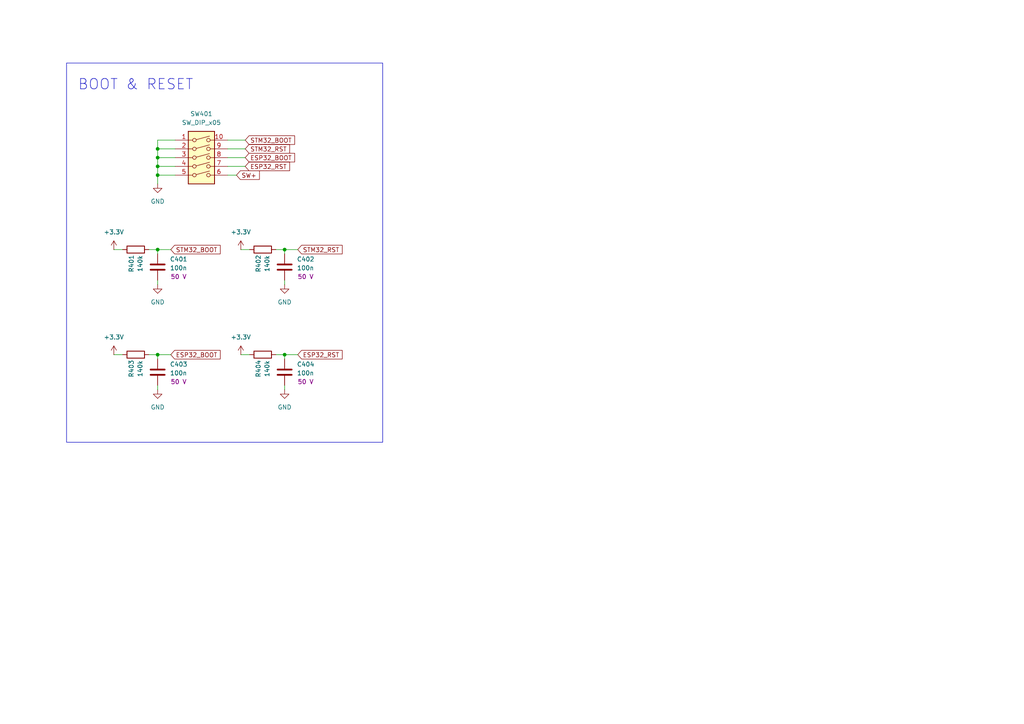
<source format=kicad_sch>
(kicad_sch
	(version 20231120)
	(generator "eeschema")
	(generator_version "8.0")
	(uuid "504f1db6-fe68-4e0f-b3ca-592ac17b2b4b")
	(paper "A4")
	(lib_symbols
		(symbol "Device:C"
			(pin_numbers hide)
			(pin_names
				(offset 0.254)
			)
			(exclude_from_sim no)
			(in_bom yes)
			(on_board yes)
			(property "Reference" "C"
				(at 0.635 2.54 0)
				(effects
					(font
						(size 1.27 1.27)
					)
					(justify left)
				)
			)
			(property "Value" "C"
				(at 0.635 -2.54 0)
				(effects
					(font
						(size 1.27 1.27)
					)
					(justify left)
				)
			)
			(property "Footprint" ""
				(at 0.9652 -3.81 0)
				(effects
					(font
						(size 1.27 1.27)
					)
					(hide yes)
				)
			)
			(property "Datasheet" "~"
				(at 0 0 0)
				(effects
					(font
						(size 1.27 1.27)
					)
					(hide yes)
				)
			)
			(property "Description" "Unpolarized capacitor"
				(at 0 0 0)
				(effects
					(font
						(size 1.27 1.27)
					)
					(hide yes)
				)
			)
			(property "ki_keywords" "cap capacitor"
				(at 0 0 0)
				(effects
					(font
						(size 1.27 1.27)
					)
					(hide yes)
				)
			)
			(property "ki_fp_filters" "C_*"
				(at 0 0 0)
				(effects
					(font
						(size 1.27 1.27)
					)
					(hide yes)
				)
			)
			(symbol "C_0_1"
				(polyline
					(pts
						(xy -2.032 -0.762) (xy 2.032 -0.762)
					)
					(stroke
						(width 0.508)
						(type default)
					)
					(fill
						(type none)
					)
				)
				(polyline
					(pts
						(xy -2.032 0.762) (xy 2.032 0.762)
					)
					(stroke
						(width 0.508)
						(type default)
					)
					(fill
						(type none)
					)
				)
			)
			(symbol "C_1_1"
				(pin passive line
					(at 0 3.81 270)
					(length 2.794)
					(name "~"
						(effects
							(font
								(size 1.27 1.27)
							)
						)
					)
					(number "1"
						(effects
							(font
								(size 1.27 1.27)
							)
						)
					)
				)
				(pin passive line
					(at 0 -3.81 90)
					(length 2.794)
					(name "~"
						(effects
							(font
								(size 1.27 1.27)
							)
						)
					)
					(number "2"
						(effects
							(font
								(size 1.27 1.27)
							)
						)
					)
				)
			)
		)
		(symbol "Device:R"
			(pin_numbers hide)
			(pin_names
				(offset 0)
			)
			(exclude_from_sim no)
			(in_bom yes)
			(on_board yes)
			(property "Reference" "R"
				(at 2.032 0 90)
				(effects
					(font
						(size 1.27 1.27)
					)
				)
			)
			(property "Value" "R"
				(at 0 0 90)
				(effects
					(font
						(size 1.27 1.27)
					)
				)
			)
			(property "Footprint" ""
				(at -1.778 0 90)
				(effects
					(font
						(size 1.27 1.27)
					)
					(hide yes)
				)
			)
			(property "Datasheet" "~"
				(at 0 0 0)
				(effects
					(font
						(size 1.27 1.27)
					)
					(hide yes)
				)
			)
			(property "Description" "Resistor"
				(at 0 0 0)
				(effects
					(font
						(size 1.27 1.27)
					)
					(hide yes)
				)
			)
			(property "ki_keywords" "R res resistor"
				(at 0 0 0)
				(effects
					(font
						(size 1.27 1.27)
					)
					(hide yes)
				)
			)
			(property "ki_fp_filters" "R_*"
				(at 0 0 0)
				(effects
					(font
						(size 1.27 1.27)
					)
					(hide yes)
				)
			)
			(symbol "R_0_1"
				(rectangle
					(start -1.016 -2.54)
					(end 1.016 2.54)
					(stroke
						(width 0.254)
						(type default)
					)
					(fill
						(type none)
					)
				)
			)
			(symbol "R_1_1"
				(pin passive line
					(at 0 3.81 270)
					(length 1.27)
					(name "~"
						(effects
							(font
								(size 1.27 1.27)
							)
						)
					)
					(number "1"
						(effects
							(font
								(size 1.27 1.27)
							)
						)
					)
				)
				(pin passive line
					(at 0 -3.81 90)
					(length 1.27)
					(name "~"
						(effects
							(font
								(size 1.27 1.27)
							)
						)
					)
					(number "2"
						(effects
							(font
								(size 1.27 1.27)
							)
						)
					)
				)
			)
		)
		(symbol "Switch:SW_DIP_x05"
			(pin_names
				(offset 0) hide)
			(exclude_from_sim no)
			(in_bom yes)
			(on_board yes)
			(property "Reference" "SW"
				(at 0 8.89 0)
				(effects
					(font
						(size 1.27 1.27)
					)
				)
			)
			(property "Value" "SW_DIP_x05"
				(at 0 -8.89 0)
				(effects
					(font
						(size 1.27 1.27)
					)
				)
			)
			(property "Footprint" ""
				(at 0 0 0)
				(effects
					(font
						(size 1.27 1.27)
					)
					(hide yes)
				)
			)
			(property "Datasheet" "~"
				(at 0 0 0)
				(effects
					(font
						(size 1.27 1.27)
					)
					(hide yes)
				)
			)
			(property "Description" "5x DIP Switch, Single Pole Single Throw (SPST) switch, small symbol"
				(at 0 0 0)
				(effects
					(font
						(size 1.27 1.27)
					)
					(hide yes)
				)
			)
			(property "ki_keywords" "dip switch"
				(at 0 0 0)
				(effects
					(font
						(size 1.27 1.27)
					)
					(hide yes)
				)
			)
			(property "ki_fp_filters" "SW?DIP?x5*"
				(at 0 0 0)
				(effects
					(font
						(size 1.27 1.27)
					)
					(hide yes)
				)
			)
			(symbol "SW_DIP_x05_0_0"
				(circle
					(center -2.032 -5.08)
					(radius 0.508)
					(stroke
						(width 0)
						(type default)
					)
					(fill
						(type none)
					)
				)
				(circle
					(center -2.032 -2.54)
					(radius 0.508)
					(stroke
						(width 0)
						(type default)
					)
					(fill
						(type none)
					)
				)
				(circle
					(center -2.032 0)
					(radius 0.508)
					(stroke
						(width 0)
						(type default)
					)
					(fill
						(type none)
					)
				)
				(circle
					(center -2.032 2.54)
					(radius 0.508)
					(stroke
						(width 0)
						(type default)
					)
					(fill
						(type none)
					)
				)
				(circle
					(center -2.032 5.08)
					(radius 0.508)
					(stroke
						(width 0)
						(type default)
					)
					(fill
						(type none)
					)
				)
				(polyline
					(pts
						(xy -1.524 -4.9276) (xy 2.3622 -3.8862)
					)
					(stroke
						(width 0)
						(type default)
					)
					(fill
						(type none)
					)
				)
				(polyline
					(pts
						(xy -1.524 -2.3876) (xy 2.3622 -1.3462)
					)
					(stroke
						(width 0)
						(type default)
					)
					(fill
						(type none)
					)
				)
				(polyline
					(pts
						(xy -1.524 0.127) (xy 2.3622 1.1684)
					)
					(stroke
						(width 0)
						(type default)
					)
					(fill
						(type none)
					)
				)
				(polyline
					(pts
						(xy -1.524 2.667) (xy 2.3622 3.7084)
					)
					(stroke
						(width 0)
						(type default)
					)
					(fill
						(type none)
					)
				)
				(polyline
					(pts
						(xy -1.524 5.207) (xy 2.3622 6.2484)
					)
					(stroke
						(width 0)
						(type default)
					)
					(fill
						(type none)
					)
				)
				(circle
					(center 2.032 -5.08)
					(radius 0.508)
					(stroke
						(width 0)
						(type default)
					)
					(fill
						(type none)
					)
				)
				(circle
					(center 2.032 -2.54)
					(radius 0.508)
					(stroke
						(width 0)
						(type default)
					)
					(fill
						(type none)
					)
				)
				(circle
					(center 2.032 0)
					(radius 0.508)
					(stroke
						(width 0)
						(type default)
					)
					(fill
						(type none)
					)
				)
				(circle
					(center 2.032 2.54)
					(radius 0.508)
					(stroke
						(width 0)
						(type default)
					)
					(fill
						(type none)
					)
				)
				(circle
					(center 2.032 5.08)
					(radius 0.508)
					(stroke
						(width 0)
						(type default)
					)
					(fill
						(type none)
					)
				)
			)
			(symbol "SW_DIP_x05_0_1"
				(rectangle
					(start -3.81 7.62)
					(end 3.81 -7.62)
					(stroke
						(width 0.254)
						(type default)
					)
					(fill
						(type background)
					)
				)
			)
			(symbol "SW_DIP_x05_1_1"
				(pin passive line
					(at -7.62 5.08 0)
					(length 5.08)
					(name "~"
						(effects
							(font
								(size 1.27 1.27)
							)
						)
					)
					(number "1"
						(effects
							(font
								(size 1.27 1.27)
							)
						)
					)
				)
				(pin passive line
					(at 7.62 5.08 180)
					(length 5.08)
					(name "~"
						(effects
							(font
								(size 1.27 1.27)
							)
						)
					)
					(number "10"
						(effects
							(font
								(size 1.27 1.27)
							)
						)
					)
				)
				(pin passive line
					(at -7.62 2.54 0)
					(length 5.08)
					(name "~"
						(effects
							(font
								(size 1.27 1.27)
							)
						)
					)
					(number "2"
						(effects
							(font
								(size 1.27 1.27)
							)
						)
					)
				)
				(pin passive line
					(at -7.62 0 0)
					(length 5.08)
					(name "~"
						(effects
							(font
								(size 1.27 1.27)
							)
						)
					)
					(number "3"
						(effects
							(font
								(size 1.27 1.27)
							)
						)
					)
				)
				(pin passive line
					(at -7.62 -2.54 0)
					(length 5.08)
					(name "~"
						(effects
							(font
								(size 1.27 1.27)
							)
						)
					)
					(number "4"
						(effects
							(font
								(size 1.27 1.27)
							)
						)
					)
				)
				(pin passive line
					(at -7.62 -5.08 0)
					(length 5.08)
					(name "~"
						(effects
							(font
								(size 1.27 1.27)
							)
						)
					)
					(number "5"
						(effects
							(font
								(size 1.27 1.27)
							)
						)
					)
				)
				(pin passive line
					(at 7.62 -5.08 180)
					(length 5.08)
					(name "~"
						(effects
							(font
								(size 1.27 1.27)
							)
						)
					)
					(number "6"
						(effects
							(font
								(size 1.27 1.27)
							)
						)
					)
				)
				(pin passive line
					(at 7.62 -2.54 180)
					(length 5.08)
					(name "~"
						(effects
							(font
								(size 1.27 1.27)
							)
						)
					)
					(number "7"
						(effects
							(font
								(size 1.27 1.27)
							)
						)
					)
				)
				(pin passive line
					(at 7.62 0 180)
					(length 5.08)
					(name "~"
						(effects
							(font
								(size 1.27 1.27)
							)
						)
					)
					(number "8"
						(effects
							(font
								(size 1.27 1.27)
							)
						)
					)
				)
				(pin passive line
					(at 7.62 2.54 180)
					(length 5.08)
					(name "~"
						(effects
							(font
								(size 1.27 1.27)
							)
						)
					)
					(number "9"
						(effects
							(font
								(size 1.27 1.27)
							)
						)
					)
				)
			)
		)
		(symbol "power:+3.3V"
			(power)
			(pin_numbers hide)
			(pin_names
				(offset 0) hide)
			(exclude_from_sim no)
			(in_bom yes)
			(on_board yes)
			(property "Reference" "#PWR"
				(at 0 -3.81 0)
				(effects
					(font
						(size 1.27 1.27)
					)
					(hide yes)
				)
			)
			(property "Value" "+3.3V"
				(at 0 3.556 0)
				(effects
					(font
						(size 1.27 1.27)
					)
				)
			)
			(property "Footprint" ""
				(at 0 0 0)
				(effects
					(font
						(size 1.27 1.27)
					)
					(hide yes)
				)
			)
			(property "Datasheet" ""
				(at 0 0 0)
				(effects
					(font
						(size 1.27 1.27)
					)
					(hide yes)
				)
			)
			(property "Description" "Power symbol creates a global label with name \"+3.3V\""
				(at 0 0 0)
				(effects
					(font
						(size 1.27 1.27)
					)
					(hide yes)
				)
			)
			(property "ki_keywords" "global power"
				(at 0 0 0)
				(effects
					(font
						(size 1.27 1.27)
					)
					(hide yes)
				)
			)
			(symbol "+3.3V_0_1"
				(polyline
					(pts
						(xy -0.762 1.27) (xy 0 2.54)
					)
					(stroke
						(width 0)
						(type default)
					)
					(fill
						(type none)
					)
				)
				(polyline
					(pts
						(xy 0 0) (xy 0 2.54)
					)
					(stroke
						(width 0)
						(type default)
					)
					(fill
						(type none)
					)
				)
				(polyline
					(pts
						(xy 0 2.54) (xy 0.762 1.27)
					)
					(stroke
						(width 0)
						(type default)
					)
					(fill
						(type none)
					)
				)
			)
			(symbol "+3.3V_1_1"
				(pin power_in line
					(at 0 0 90)
					(length 0)
					(name "~"
						(effects
							(font
								(size 1.27 1.27)
							)
						)
					)
					(number "1"
						(effects
							(font
								(size 1.27 1.27)
							)
						)
					)
				)
			)
		)
		(symbol "power:GND"
			(power)
			(pin_numbers hide)
			(pin_names
				(offset 0) hide)
			(exclude_from_sim no)
			(in_bom yes)
			(on_board yes)
			(property "Reference" "#PWR"
				(at 0 -6.35 0)
				(effects
					(font
						(size 1.27 1.27)
					)
					(hide yes)
				)
			)
			(property "Value" "GND"
				(at 0 -3.81 0)
				(effects
					(font
						(size 1.27 1.27)
					)
				)
			)
			(property "Footprint" ""
				(at 0 0 0)
				(effects
					(font
						(size 1.27 1.27)
					)
					(hide yes)
				)
			)
			(property "Datasheet" ""
				(at 0 0 0)
				(effects
					(font
						(size 1.27 1.27)
					)
					(hide yes)
				)
			)
			(property "Description" "Power symbol creates a global label with name \"GND\" , ground"
				(at 0 0 0)
				(effects
					(font
						(size 1.27 1.27)
					)
					(hide yes)
				)
			)
			(property "ki_keywords" "global power"
				(at 0 0 0)
				(effects
					(font
						(size 1.27 1.27)
					)
					(hide yes)
				)
			)
			(symbol "GND_0_1"
				(polyline
					(pts
						(xy 0 0) (xy 0 -1.27) (xy 1.27 -1.27) (xy 0 -2.54) (xy -1.27 -1.27) (xy 0 -1.27)
					)
					(stroke
						(width 0)
						(type default)
					)
					(fill
						(type none)
					)
				)
			)
			(symbol "GND_1_1"
				(pin power_in line
					(at 0 0 270)
					(length 0)
					(name "~"
						(effects
							(font
								(size 1.27 1.27)
							)
						)
					)
					(number "1"
						(effects
							(font
								(size 1.27 1.27)
							)
						)
					)
				)
			)
		)
	)
	(junction
		(at 45.72 50.8)
		(diameter 0)
		(color 0 0 0 0)
		(uuid "16dab0bf-5993-4135-a1f7-97187a5228dd")
	)
	(junction
		(at 45.72 48.26)
		(diameter 0)
		(color 0 0 0 0)
		(uuid "21163c31-6b8d-4fdd-a969-87859ff8151e")
	)
	(junction
		(at 45.72 102.87)
		(diameter 0)
		(color 0 0 0 0)
		(uuid "65c5eb08-76b5-4f25-b03b-3856cfd4888b")
	)
	(junction
		(at 45.72 72.39)
		(diameter 0)
		(color 0 0 0 0)
		(uuid "6e31be17-3f96-411e-9a63-8cc24c0e415a")
	)
	(junction
		(at 82.55 72.39)
		(diameter 0)
		(color 0 0 0 0)
		(uuid "82619e9a-909e-426b-b9e4-7e7b32e5a95f")
	)
	(junction
		(at 82.55 102.87)
		(diameter 0)
		(color 0 0 0 0)
		(uuid "9c4943e5-c037-4c6c-834c-4068611f24df")
	)
	(junction
		(at 45.72 43.18)
		(diameter 0)
		(color 0 0 0 0)
		(uuid "c220f1cf-12d7-4f5e-8693-9f023247f4d9")
	)
	(junction
		(at 45.72 45.72)
		(diameter 0)
		(color 0 0 0 0)
		(uuid "f33586f4-965c-4e52-a9fc-ad47eefe9cc3")
	)
	(wire
		(pts
			(xy 45.72 48.26) (xy 45.72 50.8)
		)
		(stroke
			(width 0)
			(type default)
		)
		(uuid "0e261457-54ca-4c2f-aa35-c87ac8cb916c")
	)
	(wire
		(pts
			(xy 35.56 102.87) (xy 33.02 102.87)
		)
		(stroke
			(width 0)
			(type default)
		)
		(uuid "146e5513-8e91-40f1-b09a-64bf77241bf2")
	)
	(wire
		(pts
			(xy 45.72 45.72) (xy 50.8 45.72)
		)
		(stroke
			(width 0)
			(type default)
		)
		(uuid "19163558-3a28-49e4-bac3-62bb5e0fd252")
	)
	(wire
		(pts
			(xy 72.39 72.39) (xy 69.85 72.39)
		)
		(stroke
			(width 0)
			(type default)
		)
		(uuid "1dc4ffbc-9e05-47b4-b4dc-e9dae3fbf2dd")
	)
	(wire
		(pts
			(xy 82.55 111.76) (xy 82.55 113.03)
		)
		(stroke
			(width 0)
			(type default)
		)
		(uuid "234b95ea-1af4-4329-ba71-ca7feecaa31a")
	)
	(wire
		(pts
			(xy 82.55 72.39) (xy 80.01 72.39)
		)
		(stroke
			(width 0)
			(type default)
		)
		(uuid "2493c795-4c65-4f37-bdcb-d6aed6fbbb9c")
	)
	(wire
		(pts
			(xy 82.55 102.87) (xy 86.36 102.87)
		)
		(stroke
			(width 0)
			(type default)
		)
		(uuid "49dc94cb-b760-4220-b8c6-b56b58ed4c20")
	)
	(wire
		(pts
			(xy 45.72 102.87) (xy 45.72 104.14)
		)
		(stroke
			(width 0)
			(type default)
		)
		(uuid "4a2da3fe-2c35-4bac-b0c9-bececd910f61")
	)
	(wire
		(pts
			(xy 82.55 102.87) (xy 82.55 104.14)
		)
		(stroke
			(width 0)
			(type default)
		)
		(uuid "4da3f096-95ca-4065-8c18-be554bb2941a")
	)
	(wire
		(pts
			(xy 45.72 72.39) (xy 43.18 72.39)
		)
		(stroke
			(width 0)
			(type default)
		)
		(uuid "5488632e-9219-4abf-ac46-456b661a030f")
	)
	(wire
		(pts
			(xy 45.72 45.72) (xy 45.72 48.26)
		)
		(stroke
			(width 0)
			(type default)
		)
		(uuid "57110ef9-6aad-4b96-b5b2-7cda1fc29d94")
	)
	(wire
		(pts
			(xy 66.04 45.72) (xy 71.12 45.72)
		)
		(stroke
			(width 0)
			(type default)
		)
		(uuid "6e22da4f-a117-4971-9f90-ab16274698f1")
	)
	(wire
		(pts
			(xy 72.39 102.87) (xy 69.85 102.87)
		)
		(stroke
			(width 0)
			(type default)
		)
		(uuid "8208d76d-97b4-4035-8d3f-ff8d59f93b8f")
	)
	(wire
		(pts
			(xy 45.72 40.64) (xy 45.72 43.18)
		)
		(stroke
			(width 0)
			(type default)
		)
		(uuid "8e7f8dd9-fbec-4219-88ea-fa57d0444b69")
	)
	(wire
		(pts
			(xy 50.8 40.64) (xy 45.72 40.64)
		)
		(stroke
			(width 0)
			(type default)
		)
		(uuid "989249d2-4495-4bc2-97c8-6e3a78732bc7")
	)
	(wire
		(pts
			(xy 82.55 81.28) (xy 82.55 82.55)
		)
		(stroke
			(width 0)
			(type default)
		)
		(uuid "98b4c35d-8e86-462e-b230-3f0e43ea97db")
	)
	(wire
		(pts
			(xy 45.72 72.39) (xy 49.53 72.39)
		)
		(stroke
			(width 0)
			(type default)
		)
		(uuid "a0c5148e-672b-4e67-8fc9-92cf97d8c865")
	)
	(wire
		(pts
			(xy 82.55 72.39) (xy 86.36 72.39)
		)
		(stroke
			(width 0)
			(type default)
		)
		(uuid "a595cad7-d293-44fc-b986-4c991e934af7")
	)
	(wire
		(pts
			(xy 45.72 102.87) (xy 49.53 102.87)
		)
		(stroke
			(width 0)
			(type default)
		)
		(uuid "a67b31bf-1687-4a83-adcd-b0e8fcaebc13")
	)
	(wire
		(pts
			(xy 66.04 43.18) (xy 71.12 43.18)
		)
		(stroke
			(width 0)
			(type default)
		)
		(uuid "a84b1428-6d8e-4cc8-93fe-f5ccf5776b40")
	)
	(wire
		(pts
			(xy 45.72 72.39) (xy 45.72 73.66)
		)
		(stroke
			(width 0)
			(type default)
		)
		(uuid "af73e329-01ff-491c-9f36-56e0dda4b87c")
	)
	(wire
		(pts
			(xy 45.72 43.18) (xy 45.72 45.72)
		)
		(stroke
			(width 0)
			(type default)
		)
		(uuid "bf2b4dea-8e5a-4e7f-9a0a-1db3099f7bb7")
	)
	(wire
		(pts
			(xy 45.72 81.28) (xy 45.72 82.55)
		)
		(stroke
			(width 0)
			(type default)
		)
		(uuid "c28da115-36b8-4636-9b2d-f082853f28d6")
	)
	(wire
		(pts
			(xy 45.72 50.8) (xy 45.72 53.34)
		)
		(stroke
			(width 0)
			(type default)
		)
		(uuid "c2951876-0b9c-4e98-8f00-f5792eda728a")
	)
	(wire
		(pts
			(xy 68.58 50.8) (xy 66.04 50.8)
		)
		(stroke
			(width 0)
			(type default)
		)
		(uuid "ca250818-ec27-4ea2-815e-c9d66f6017b0")
	)
	(wire
		(pts
			(xy 66.04 48.26) (xy 71.12 48.26)
		)
		(stroke
			(width 0)
			(type default)
		)
		(uuid "cc005c3b-5405-4593-a08b-26a5e32ea450")
	)
	(wire
		(pts
			(xy 35.56 72.39) (xy 33.02 72.39)
		)
		(stroke
			(width 0)
			(type default)
		)
		(uuid "dcee08f3-629f-41e7-b276-e16fe16c0657")
	)
	(wire
		(pts
			(xy 66.04 40.64) (xy 71.12 40.64)
		)
		(stroke
			(width 0)
			(type default)
		)
		(uuid "dda23710-4c76-4824-b3fe-285439b8e20b")
	)
	(wire
		(pts
			(xy 50.8 48.26) (xy 45.72 48.26)
		)
		(stroke
			(width 0)
			(type default)
		)
		(uuid "dfc1c10d-cd2e-43f0-b021-a41024b5add8")
	)
	(wire
		(pts
			(xy 45.72 50.8) (xy 50.8 50.8)
		)
		(stroke
			(width 0)
			(type default)
		)
		(uuid "e4a22595-9834-4ea1-a40f-1c2b0038137e")
	)
	(wire
		(pts
			(xy 45.72 43.18) (xy 50.8 43.18)
		)
		(stroke
			(width 0)
			(type default)
		)
		(uuid "e4df993f-8bd8-47ac-b1c3-1ce1d493c015")
	)
	(wire
		(pts
			(xy 45.72 111.76) (xy 45.72 113.03)
		)
		(stroke
			(width 0)
			(type default)
		)
		(uuid "e5e69866-71cf-4b90-9bd4-874dce21a218")
	)
	(wire
		(pts
			(xy 82.55 72.39) (xy 82.55 73.66)
		)
		(stroke
			(width 0)
			(type default)
		)
		(uuid "fa01f6c7-c51b-4b42-b357-96229f6c197b")
	)
	(wire
		(pts
			(xy 82.55 102.87) (xy 80.01 102.87)
		)
		(stroke
			(width 0)
			(type default)
		)
		(uuid "fa3a7e35-c448-47b0-b8a9-5586f08e2662")
	)
	(wire
		(pts
			(xy 45.72 102.87) (xy 43.18 102.87)
		)
		(stroke
			(width 0)
			(type default)
		)
		(uuid "fd09548c-f916-49a3-963d-42d3a096e8d2")
	)
	(rectangle
		(start 19.304 18.288)
		(end 110.998 128.27)
		(stroke
			(width 0)
			(type default)
		)
		(fill
			(type none)
		)
		(uuid d594bc23-5fb9-418b-a4cf-4eb8f5de2bcf)
	)
	(text "BOOT & RESET"
		(exclude_from_sim no)
		(at 39.37 24.638 0)
		(effects
			(font
				(size 3 3)
			)
		)
		(uuid "0fdf2c64-e943-40e3-9817-219c1609e8fc")
	)
	(global_label "STM32_RST"
		(shape input)
		(at 71.12 43.18 0)
		(fields_autoplaced yes)
		(effects
			(font
				(size 1.27 1.27)
			)
			(justify left)
		)
		(uuid "292b1381-2051-4522-ad74-13e3c03a49c3")
		(property "Intersheetrefs" "${INTERSHEET_REFS}"
			(at 84.5674 43.18 0)
			(effects
				(font
					(size 1.27 1.27)
				)
				(justify left)
				(hide yes)
			)
		)
	)
	(global_label "ESP32_RST"
		(shape input)
		(at 71.12 48.26 0)
		(fields_autoplaced yes)
		(effects
			(font
				(size 1.27 1.27)
			)
			(justify left)
		)
		(uuid "297f26ba-3a8b-4445-af93-aa98302bb491")
		(property "Intersheetrefs" "${INTERSHEET_REFS}"
			(at 84.5674 48.26 0)
			(effects
				(font
					(size 1.27 1.27)
				)
				(justify left)
				(hide yes)
			)
		)
	)
	(global_label "SW+"
		(shape input)
		(at 68.58 50.8 0)
		(fields_autoplaced yes)
		(effects
			(font
				(size 1.27 1.27)
			)
			(justify left)
		)
		(uuid "4075787f-cdca-47e7-9e25-0a5110a48ec1")
		(property "Intersheetrefs" "${INTERSHEET_REFS}"
			(at 75.7985 50.8 0)
			(effects
				(font
					(size 1.27 1.27)
				)
				(justify left)
				(hide yes)
			)
		)
	)
	(global_label "ESP32_BOOT"
		(shape input)
		(at 71.12 45.72 0)
		(fields_autoplaced yes)
		(effects
			(font
				(size 1.27 1.27)
			)
			(justify left)
		)
		(uuid "4fee23ac-7d4e-4407-b36c-f9ac45f2e918")
		(property "Intersheetrefs" "${INTERSHEET_REFS}"
			(at 86.0189 45.72 0)
			(effects
				(font
					(size 1.27 1.27)
				)
				(justify left)
				(hide yes)
			)
		)
	)
	(global_label "STM32_BOOT"
		(shape input)
		(at 71.12 40.64 0)
		(fields_autoplaced yes)
		(effects
			(font
				(size 1.27 1.27)
			)
			(justify left)
		)
		(uuid "56c8c6f3-9d1e-4560-ae82-d83ed3652840")
		(property "Intersheetrefs" "${INTERSHEET_REFS}"
			(at 86.0189 40.64 0)
			(effects
				(font
					(size 1.27 1.27)
				)
				(justify left)
				(hide yes)
			)
		)
	)
	(global_label "STM32_BOOT"
		(shape input)
		(at 49.53 72.39 0)
		(fields_autoplaced yes)
		(effects
			(font
				(size 1.27 1.27)
			)
			(justify left)
		)
		(uuid "60629afc-a961-45dd-8cf8-054b9f0037d4")
		(property "Intersheetrefs" "${INTERSHEET_REFS}"
			(at 64.4289 72.39 0)
			(effects
				(font
					(size 1.27 1.27)
				)
				(justify left)
				(hide yes)
			)
		)
	)
	(global_label "ESP32_RST"
		(shape input)
		(at 86.36 102.87 0)
		(fields_autoplaced yes)
		(effects
			(font
				(size 1.27 1.27)
			)
			(justify left)
		)
		(uuid "7a888f53-d65e-4de7-91b3-37fd9c8a6b83")
		(property "Intersheetrefs" "${INTERSHEET_REFS}"
			(at 99.8074 102.87 0)
			(effects
				(font
					(size 1.27 1.27)
				)
				(justify left)
				(hide yes)
			)
		)
	)
	(global_label "STM32_RST"
		(shape input)
		(at 86.36 72.39 0)
		(fields_autoplaced yes)
		(effects
			(font
				(size 1.27 1.27)
			)
			(justify left)
		)
		(uuid "8e49f6db-7e87-49b6-b901-1194761df953")
		(property "Intersheetrefs" "${INTERSHEET_REFS}"
			(at 99.8074 72.39 0)
			(effects
				(font
					(size 1.27 1.27)
				)
				(justify left)
				(hide yes)
			)
		)
	)
	(global_label "ESP32_BOOT"
		(shape input)
		(at 49.53 102.87 0)
		(fields_autoplaced yes)
		(effects
			(font
				(size 1.27 1.27)
			)
			(justify left)
		)
		(uuid "d6249688-0aa2-4634-8a2d-a02928155f16")
		(property "Intersheetrefs" "${INTERSHEET_REFS}"
			(at 64.4289 102.87 0)
			(effects
				(font
					(size 1.27 1.27)
				)
				(justify left)
				(hide yes)
			)
		)
	)
	(symbol
		(lib_id "Device:C")
		(at 82.55 77.47 0)
		(unit 1)
		(exclude_from_sim no)
		(in_bom yes)
		(on_board yes)
		(dnp no)
		(uuid "066e6064-2784-402d-81a3-46f7303b7270")
		(property "Reference" "C402"
			(at 86.106 75.1839 0)
			(effects
				(font
					(size 1.27 1.27)
				)
				(justify left)
			)
		)
		(property "Value" "100n"
			(at 86.106 77.7239 0)
			(effects
				(font
					(size 1.27 1.27)
				)
				(justify left)
			)
		)
		(property "Footprint" "Capacitor_SMD:C_0402_1005Metric"
			(at 83.5152 81.28 0)
			(effects
				(font
					(size 1.27 1.27)
				)
				(hide yes)
			)
		)
		(property "Datasheet" "~"
			(at 82.55 77.47 0)
			(effects
				(font
					(size 1.27 1.27)
				)
				(hide yes)
			)
		)
		(property "Description" "Unpolarized capacitor"
			(at 82.55 77.47 0)
			(effects
				(font
					(size 1.27 1.27)
				)
				(hide yes)
			)
		)
		(property "Vendor" "C307331"
			(at 82.55 77.47 0)
			(effects
				(font
					(size 1.27 1.27)
				)
				(hide yes)
			)
		)
		(property "Voltage" "50 V"
			(at 88.646 80.264 0)
			(effects
				(font
					(size 1.27 1.27)
				)
			)
		)
		(pin "2"
			(uuid "24e886bb-d085-4f4c-a237-1e6e86ef9015")
		)
		(pin "1"
			(uuid "a1b00296-b0ea-4eab-8f75-cd21f33fb992")
		)
		(instances
			(project "Stella_Ignis"
				(path "/c5d11792-4973-4485-9e35-93f3d5d05151/37af8722-7f57-4c55-aa71-ba562076adb3"
					(reference "C402")
					(unit 1)
				)
			)
		)
	)
	(symbol
		(lib_id "Device:R")
		(at 76.2 72.39 270)
		(unit 1)
		(exclude_from_sim no)
		(in_bom yes)
		(on_board yes)
		(dnp no)
		(uuid "134ea236-a58c-4b74-b37f-01b39d1d6a56")
		(property "Reference" "R402"
			(at 74.93 76.454 0)
			(effects
				(font
					(size 1.27 1.27)
				)
			)
		)
		(property "Value" "140k"
			(at 77.47 76.454 0)
			(effects
				(font
					(size 1.27 1.27)
				)
			)
		)
		(property "Footprint" "Resistor_SMD:R_0402_1005Metric"
			(at 76.2 70.612 90)
			(effects
				(font
					(size 1.27 1.27)
				)
				(hide yes)
			)
		)
		(property "Datasheet" "~"
			(at 76.2 72.39 0)
			(effects
				(font
					(size 1.27 1.27)
				)
				(hide yes)
			)
		)
		(property "Description" "Resistor"
			(at 76.2 72.39 0)
			(effects
				(font
					(size 1.27 1.27)
				)
				(hide yes)
			)
		)
		(property "Vendor" "C2998127"
			(at 76.2 72.39 0)
			(effects
				(font
					(size 1.27 1.27)
				)
				(hide yes)
			)
		)
		(pin "2"
			(uuid "45f4815f-5973-41c2-8ecb-b13ef8dc5236")
		)
		(pin "1"
			(uuid "3e7ad707-1a11-43a9-aff4-2f2a86253309")
		)
		(instances
			(project "Stella_Ignis"
				(path "/c5d11792-4973-4485-9e35-93f3d5d05151/37af8722-7f57-4c55-aa71-ba562076adb3"
					(reference "R402")
					(unit 1)
				)
			)
		)
	)
	(symbol
		(lib_id "power:+3.3V")
		(at 33.02 102.87 0)
		(mirror y)
		(unit 1)
		(exclude_from_sim no)
		(in_bom yes)
		(on_board yes)
		(dnp no)
		(uuid "14b90230-58f0-473e-8496-2fe03fa6c3d9")
		(property "Reference" "#PWR0406"
			(at 33.02 106.68 0)
			(effects
				(font
					(size 1.27 1.27)
				)
				(hide yes)
			)
		)
		(property "Value" "+3.3V"
			(at 33.02 97.79 0)
			(effects
				(font
					(size 1.27 1.27)
				)
			)
		)
		(property "Footprint" ""
			(at 33.02 102.87 0)
			(effects
				(font
					(size 1.27 1.27)
				)
				(hide yes)
			)
		)
		(property "Datasheet" ""
			(at 33.02 102.87 0)
			(effects
				(font
					(size 1.27 1.27)
				)
				(hide yes)
			)
		)
		(property "Description" "Power symbol creates a global label with name \"+3.3V\""
			(at 33.02 102.87 0)
			(effects
				(font
					(size 1.27 1.27)
				)
				(hide yes)
			)
		)
		(pin "1"
			(uuid "82a3efee-4ff6-4475-ba30-e89b78a36517")
		)
		(instances
			(project "Stella_Ignis"
				(path "/c5d11792-4973-4485-9e35-93f3d5d05151/37af8722-7f57-4c55-aa71-ba562076adb3"
					(reference "#PWR0406")
					(unit 1)
				)
			)
		)
	)
	(symbol
		(lib_id "power:GND")
		(at 45.72 113.03 0)
		(unit 1)
		(exclude_from_sim no)
		(in_bom yes)
		(on_board yes)
		(dnp no)
		(fields_autoplaced yes)
		(uuid "175a6f41-6aaa-4c16-8f22-bb75b70e39a8")
		(property "Reference" "#PWR0408"
			(at 45.72 119.38 0)
			(effects
				(font
					(size 1.27 1.27)
				)
				(hide yes)
			)
		)
		(property "Value" "GND"
			(at 45.72 118.11 0)
			(effects
				(font
					(size 1.27 1.27)
				)
			)
		)
		(property "Footprint" ""
			(at 45.72 113.03 0)
			(effects
				(font
					(size 1.27 1.27)
				)
				(hide yes)
			)
		)
		(property "Datasheet" ""
			(at 45.72 113.03 0)
			(effects
				(font
					(size 1.27 1.27)
				)
				(hide yes)
			)
		)
		(property "Description" "Power symbol creates a global label with name \"GND\" , ground"
			(at 45.72 113.03 0)
			(effects
				(font
					(size 1.27 1.27)
				)
				(hide yes)
			)
		)
		(pin "1"
			(uuid "1aa6e85f-0783-4b8f-9c78-307e68f30534")
		)
		(instances
			(project "Stella_Ignis"
				(path "/c5d11792-4973-4485-9e35-93f3d5d05151/37af8722-7f57-4c55-aa71-ba562076adb3"
					(reference "#PWR0408")
					(unit 1)
				)
			)
		)
	)
	(symbol
		(lib_id "power:+3.3V")
		(at 69.85 102.87 0)
		(mirror y)
		(unit 1)
		(exclude_from_sim no)
		(in_bom yes)
		(on_board yes)
		(dnp no)
		(uuid "41d75121-f283-4e06-82ce-4a8a2b18e8e8")
		(property "Reference" "#PWR0407"
			(at 69.85 106.68 0)
			(effects
				(font
					(size 1.27 1.27)
				)
				(hide yes)
			)
		)
		(property "Value" "+3.3V"
			(at 69.85 97.79 0)
			(effects
				(font
					(size 1.27 1.27)
				)
			)
		)
		(property "Footprint" ""
			(at 69.85 102.87 0)
			(effects
				(font
					(size 1.27 1.27)
				)
				(hide yes)
			)
		)
		(property "Datasheet" ""
			(at 69.85 102.87 0)
			(effects
				(font
					(size 1.27 1.27)
				)
				(hide yes)
			)
		)
		(property "Description" "Power symbol creates a global label with name \"+3.3V\""
			(at 69.85 102.87 0)
			(effects
				(font
					(size 1.27 1.27)
				)
				(hide yes)
			)
		)
		(pin "1"
			(uuid "382b656a-0c49-483a-91b5-554a2d14abe1")
		)
		(instances
			(project "Stella_Ignis"
				(path "/c5d11792-4973-4485-9e35-93f3d5d05151/37af8722-7f57-4c55-aa71-ba562076adb3"
					(reference "#PWR0407")
					(unit 1)
				)
			)
		)
	)
	(symbol
		(lib_id "power:GND")
		(at 45.72 53.34 0)
		(unit 1)
		(exclude_from_sim no)
		(in_bom yes)
		(on_board yes)
		(dnp no)
		(fields_autoplaced yes)
		(uuid "4353eb63-e62b-4109-bde6-46f5b3ae143a")
		(property "Reference" "#PWR0401"
			(at 45.72 59.69 0)
			(effects
				(font
					(size 1.27 1.27)
				)
				(hide yes)
			)
		)
		(property "Value" "GND"
			(at 45.72 58.42 0)
			(effects
				(font
					(size 1.27 1.27)
				)
			)
		)
		(property "Footprint" ""
			(at 45.72 53.34 0)
			(effects
				(font
					(size 1.27 1.27)
				)
				(hide yes)
			)
		)
		(property "Datasheet" ""
			(at 45.72 53.34 0)
			(effects
				(font
					(size 1.27 1.27)
				)
				(hide yes)
			)
		)
		(property "Description" "Power symbol creates a global label with name \"GND\" , ground"
			(at 45.72 53.34 0)
			(effects
				(font
					(size 1.27 1.27)
				)
				(hide yes)
			)
		)
		(pin "1"
			(uuid "234b48f9-09d8-4763-9025-4e29819ec91a")
		)
		(instances
			(project "Stella_Ignis"
				(path "/c5d11792-4973-4485-9e35-93f3d5d05151/37af8722-7f57-4c55-aa71-ba562076adb3"
					(reference "#PWR0401")
					(unit 1)
				)
			)
		)
	)
	(symbol
		(lib_id "power:GND")
		(at 82.55 113.03 0)
		(unit 1)
		(exclude_from_sim no)
		(in_bom yes)
		(on_board yes)
		(dnp no)
		(fields_autoplaced yes)
		(uuid "4adb9861-06d7-4003-aa44-f48e02a7b2c6")
		(property "Reference" "#PWR0409"
			(at 82.55 119.38 0)
			(effects
				(font
					(size 1.27 1.27)
				)
				(hide yes)
			)
		)
		(property "Value" "GND"
			(at 82.55 118.11 0)
			(effects
				(font
					(size 1.27 1.27)
				)
			)
		)
		(property "Footprint" ""
			(at 82.55 113.03 0)
			(effects
				(font
					(size 1.27 1.27)
				)
				(hide yes)
			)
		)
		(property "Datasheet" ""
			(at 82.55 113.03 0)
			(effects
				(font
					(size 1.27 1.27)
				)
				(hide yes)
			)
		)
		(property "Description" "Power symbol creates a global label with name \"GND\" , ground"
			(at 82.55 113.03 0)
			(effects
				(font
					(size 1.27 1.27)
				)
				(hide yes)
			)
		)
		(pin "1"
			(uuid "2a79cb9a-c325-4323-a258-77579c38c530")
		)
		(instances
			(project "Stella_Ignis"
				(path "/c5d11792-4973-4485-9e35-93f3d5d05151/37af8722-7f57-4c55-aa71-ba562076adb3"
					(reference "#PWR0409")
					(unit 1)
				)
			)
		)
	)
	(symbol
		(lib_id "Device:C")
		(at 82.55 107.95 0)
		(unit 1)
		(exclude_from_sim no)
		(in_bom yes)
		(on_board yes)
		(dnp no)
		(uuid "5785a68a-be2f-42f0-abbb-b75d29d22926")
		(property "Reference" "C404"
			(at 86.106 105.6639 0)
			(effects
				(font
					(size 1.27 1.27)
				)
				(justify left)
			)
		)
		(property "Value" "100n"
			(at 86.106 108.2039 0)
			(effects
				(font
					(size 1.27 1.27)
				)
				(justify left)
			)
		)
		(property "Footprint" "Capacitor_SMD:C_0402_1005Metric"
			(at 83.5152 111.76 0)
			(effects
				(font
					(size 1.27 1.27)
				)
				(hide yes)
			)
		)
		(property "Datasheet" "~"
			(at 82.55 107.95 0)
			(effects
				(font
					(size 1.27 1.27)
				)
				(hide yes)
			)
		)
		(property "Description" "Unpolarized capacitor"
			(at 82.55 107.95 0)
			(effects
				(font
					(size 1.27 1.27)
				)
				(hide yes)
			)
		)
		(property "Vendor" "C307331"
			(at 82.55 107.95 0)
			(effects
				(font
					(size 1.27 1.27)
				)
				(hide yes)
			)
		)
		(property "Voltage" "50 V"
			(at 88.646 110.744 0)
			(effects
				(font
					(size 1.27 1.27)
				)
			)
		)
		(pin "2"
			(uuid "0126ddc6-a000-4df0-8c50-5885a20e814f")
		)
		(pin "1"
			(uuid "3accf2b0-f97c-4aea-aae9-9d8767ec65fa")
		)
		(instances
			(project "Stella_Ignis"
				(path "/c5d11792-4973-4485-9e35-93f3d5d05151/37af8722-7f57-4c55-aa71-ba562076adb3"
					(reference "C404")
					(unit 1)
				)
			)
		)
	)
	(symbol
		(lib_id "power:+3.3V")
		(at 69.85 72.39 0)
		(mirror y)
		(unit 1)
		(exclude_from_sim no)
		(in_bom yes)
		(on_board yes)
		(dnp no)
		(uuid "65a27c6d-f652-4214-b8f9-96cd88d01b75")
		(property "Reference" "#PWR0403"
			(at 69.85 76.2 0)
			(effects
				(font
					(size 1.27 1.27)
				)
				(hide yes)
			)
		)
		(property "Value" "+3.3V"
			(at 69.85 67.31 0)
			(effects
				(font
					(size 1.27 1.27)
				)
			)
		)
		(property "Footprint" ""
			(at 69.85 72.39 0)
			(effects
				(font
					(size 1.27 1.27)
				)
				(hide yes)
			)
		)
		(property "Datasheet" ""
			(at 69.85 72.39 0)
			(effects
				(font
					(size 1.27 1.27)
				)
				(hide yes)
			)
		)
		(property "Description" "Power symbol creates a global label with name \"+3.3V\""
			(at 69.85 72.39 0)
			(effects
				(font
					(size 1.27 1.27)
				)
				(hide yes)
			)
		)
		(pin "1"
			(uuid "b80331be-2700-4f5a-bdd8-977b0d165a19")
		)
		(instances
			(project "Stella_Ignis"
				(path "/c5d11792-4973-4485-9e35-93f3d5d05151/37af8722-7f57-4c55-aa71-ba562076adb3"
					(reference "#PWR0403")
					(unit 1)
				)
			)
		)
	)
	(symbol
		(lib_id "Device:R")
		(at 39.37 72.39 270)
		(unit 1)
		(exclude_from_sim no)
		(in_bom yes)
		(on_board yes)
		(dnp no)
		(uuid "854b6a1c-94f7-4561-925d-717b6f558575")
		(property "Reference" "R401"
			(at 38.1 76.454 0)
			(effects
				(font
					(size 1.27 1.27)
				)
			)
		)
		(property "Value" "140k"
			(at 40.64 76.454 0)
			(effects
				(font
					(size 1.27 1.27)
				)
			)
		)
		(property "Footprint" "Resistor_SMD:R_0402_1005Metric"
			(at 39.37 70.612 90)
			(effects
				(font
					(size 1.27 1.27)
				)
				(hide yes)
			)
		)
		(property "Datasheet" "~"
			(at 39.37 72.39 0)
			(effects
				(font
					(size 1.27 1.27)
				)
				(hide yes)
			)
		)
		(property "Description" "Resistor"
			(at 39.37 72.39 0)
			(effects
				(font
					(size 1.27 1.27)
				)
				(hide yes)
			)
		)
		(property "Vendor" "C2998127"
			(at 39.37 72.39 0)
			(effects
				(font
					(size 1.27 1.27)
				)
				(hide yes)
			)
		)
		(pin "2"
			(uuid "20e1758a-8638-4151-ba0d-3a1cd47c9f29")
		)
		(pin "1"
			(uuid "17316dc6-b334-4211-b648-3d3f19f0e78f")
		)
		(instances
			(project "Stella_Ignis"
				(path "/c5d11792-4973-4485-9e35-93f3d5d05151/37af8722-7f57-4c55-aa71-ba562076adb3"
					(reference "R401")
					(unit 1)
				)
			)
		)
	)
	(symbol
		(lib_id "Switch:SW_DIP_x05")
		(at 58.42 45.72 0)
		(unit 1)
		(exclude_from_sim no)
		(in_bom yes)
		(on_board yes)
		(dnp no)
		(fields_autoplaced yes)
		(uuid "86e20373-7175-406b-9cf0-4abe482e2128")
		(property "Reference" "SW401"
			(at 58.42 33.02 0)
			(effects
				(font
					(size 1.27 1.27)
				)
			)
		)
		(property "Value" "SW_DIP_x05"
			(at 58.42 35.56 0)
			(effects
				(font
					(size 1.27 1.27)
				)
			)
		)
		(property "Footprint" "Button_Switch_SMD:SW_DIP_SPSTx05_Slide_6.7x14.26mm_W8.61mm_P2.54mm_LowProfile"
			(at 58.42 45.72 0)
			(effects
				(font
					(size 1.27 1.27)
				)
				(hide yes)
			)
		)
		(property "Datasheet" "~"
			(at 58.42 45.72 0)
			(effects
				(font
					(size 1.27 1.27)
				)
				(hide yes)
			)
		)
		(property "Description" "5x DIP Switch, Single Pole Single Throw (SPST) switch, small symbol"
			(at 58.42 45.72 0)
			(effects
				(font
					(size 1.27 1.27)
				)
				(hide yes)
			)
		)
		(property "Vendor" "C7471367"
			(at 58.42 45.72 0)
			(effects
				(font
					(size 1.27 1.27)
				)
				(hide yes)
			)
		)
		(pin "1"
			(uuid "ef90aa97-7aef-46db-986b-dd213ba42433")
		)
		(pin "3"
			(uuid "0a10900b-eb46-460a-813c-a163ad483eb6")
		)
		(pin "5"
			(uuid "013be86e-9d9b-42cb-9fdb-94c065f2261c")
		)
		(pin "6"
			(uuid "e9e73a36-8901-44bb-8296-eb88a144d4c5")
		)
		(pin "2"
			(uuid "907c6871-ba2a-42bd-9034-cd3c57f06aa5")
		)
		(pin "7"
			(uuid "c8140813-1ce4-4ecc-b586-d915cd0b2cb8")
		)
		(pin "9"
			(uuid "4fa5de96-259e-48c1-b463-bc1866ac3c4b")
		)
		(pin "10"
			(uuid "86d24170-f91e-4a33-910a-de8bb8487707")
		)
		(pin "8"
			(uuid "1b902d71-f05c-4e48-a419-0d6795bd5e3f")
		)
		(pin "4"
			(uuid "fabf80d0-6ee3-4e4a-805b-a50d0e750a46")
		)
		(instances
			(project ""
				(path "/c5d11792-4973-4485-9e35-93f3d5d05151/37af8722-7f57-4c55-aa71-ba562076adb3"
					(reference "SW401")
					(unit 1)
				)
			)
		)
	)
	(symbol
		(lib_id "power:GND")
		(at 82.55 82.55 0)
		(unit 1)
		(exclude_from_sim no)
		(in_bom yes)
		(on_board yes)
		(dnp no)
		(fields_autoplaced yes)
		(uuid "89c7b088-3dec-4aa8-986c-538df2c90d28")
		(property "Reference" "#PWR0405"
			(at 82.55 88.9 0)
			(effects
				(font
					(size 1.27 1.27)
				)
				(hide yes)
			)
		)
		(property "Value" "GND"
			(at 82.55 87.63 0)
			(effects
				(font
					(size 1.27 1.27)
				)
			)
		)
		(property "Footprint" ""
			(at 82.55 82.55 0)
			(effects
				(font
					(size 1.27 1.27)
				)
				(hide yes)
			)
		)
		(property "Datasheet" ""
			(at 82.55 82.55 0)
			(effects
				(font
					(size 1.27 1.27)
				)
				(hide yes)
			)
		)
		(property "Description" "Power symbol creates a global label with name \"GND\" , ground"
			(at 82.55 82.55 0)
			(effects
				(font
					(size 1.27 1.27)
				)
				(hide yes)
			)
		)
		(pin "1"
			(uuid "ef7ad778-34f9-4c64-848f-2e6a7b846549")
		)
		(instances
			(project "Stella_Ignis"
				(path "/c5d11792-4973-4485-9e35-93f3d5d05151/37af8722-7f57-4c55-aa71-ba562076adb3"
					(reference "#PWR0405")
					(unit 1)
				)
			)
		)
	)
	(symbol
		(lib_id "Device:R")
		(at 76.2 102.87 270)
		(unit 1)
		(exclude_from_sim no)
		(in_bom yes)
		(on_board yes)
		(dnp no)
		(uuid "b7275c91-768f-4a9b-a4e7-900345196f10")
		(property "Reference" "R404"
			(at 74.93 106.934 0)
			(effects
				(font
					(size 1.27 1.27)
				)
			)
		)
		(property "Value" "140k"
			(at 77.47 106.934 0)
			(effects
				(font
					(size 1.27 1.27)
				)
			)
		)
		(property "Footprint" "Resistor_SMD:R_0402_1005Metric"
			(at 76.2 101.092 90)
			(effects
				(font
					(size 1.27 1.27)
				)
				(hide yes)
			)
		)
		(property "Datasheet" "~"
			(at 76.2 102.87 0)
			(effects
				(font
					(size 1.27 1.27)
				)
				(hide yes)
			)
		)
		(property "Description" "Resistor"
			(at 76.2 102.87 0)
			(effects
				(font
					(size 1.27 1.27)
				)
				(hide yes)
			)
		)
		(property "Vendor" "C2998127"
			(at 76.2 102.87 0)
			(effects
				(font
					(size 1.27 1.27)
				)
				(hide yes)
			)
		)
		(pin "2"
			(uuid "df85e216-c769-4f95-a98b-bf4b1d2e79bb")
		)
		(pin "1"
			(uuid "56ab6966-28dd-4674-abb3-ee6a3d19ff46")
		)
		(instances
			(project "Stella_Ignis"
				(path "/c5d11792-4973-4485-9e35-93f3d5d05151/37af8722-7f57-4c55-aa71-ba562076adb3"
					(reference "R404")
					(unit 1)
				)
			)
		)
	)
	(symbol
		(lib_id "power:+3.3V")
		(at 33.02 72.39 0)
		(mirror y)
		(unit 1)
		(exclude_from_sim no)
		(in_bom yes)
		(on_board yes)
		(dnp no)
		(uuid "d0ffeb16-1761-46e6-a118-793ef3e788fa")
		(property "Reference" "#PWR0402"
			(at 33.02 76.2 0)
			(effects
				(font
					(size 1.27 1.27)
				)
				(hide yes)
			)
		)
		(property "Value" "+3.3V"
			(at 33.02 67.31 0)
			(effects
				(font
					(size 1.27 1.27)
				)
			)
		)
		(property "Footprint" ""
			(at 33.02 72.39 0)
			(effects
				(font
					(size 1.27 1.27)
				)
				(hide yes)
			)
		)
		(property "Datasheet" ""
			(at 33.02 72.39 0)
			(effects
				(font
					(size 1.27 1.27)
				)
				(hide yes)
			)
		)
		(property "Description" "Power symbol creates a global label with name \"+3.3V\""
			(at 33.02 72.39 0)
			(effects
				(font
					(size 1.27 1.27)
				)
				(hide yes)
			)
		)
		(pin "1"
			(uuid "749e1c9b-a01e-422b-930f-5833821ecc0d")
		)
		(instances
			(project "Stella_Ignis"
				(path "/c5d11792-4973-4485-9e35-93f3d5d05151/37af8722-7f57-4c55-aa71-ba562076adb3"
					(reference "#PWR0402")
					(unit 1)
				)
			)
		)
	)
	(symbol
		(lib_id "Device:R")
		(at 39.37 102.87 270)
		(unit 1)
		(exclude_from_sim no)
		(in_bom yes)
		(on_board yes)
		(dnp no)
		(uuid "d5f30a7f-d149-4f88-8564-a35b2c9a6da0")
		(property "Reference" "R403"
			(at 38.1 106.934 0)
			(effects
				(font
					(size 1.27 1.27)
				)
			)
		)
		(property "Value" "140k"
			(at 40.64 106.934 0)
			(effects
				(font
					(size 1.27 1.27)
				)
			)
		)
		(property "Footprint" "Resistor_SMD:R_0402_1005Metric"
			(at 39.37 101.092 90)
			(effects
				(font
					(size 1.27 1.27)
				)
				(hide yes)
			)
		)
		(property "Datasheet" "~"
			(at 39.37 102.87 0)
			(effects
				(font
					(size 1.27 1.27)
				)
				(hide yes)
			)
		)
		(property "Description" "Resistor"
			(at 39.37 102.87 0)
			(effects
				(font
					(size 1.27 1.27)
				)
				(hide yes)
			)
		)
		(property "Vendor" "C2998127"
			(at 39.37 102.87 0)
			(effects
				(font
					(size 1.27 1.27)
				)
				(hide yes)
			)
		)
		(pin "2"
			(uuid "34f0bc3b-8ceb-4699-9148-ae7700dadc14")
		)
		(pin "1"
			(uuid "b1ed5f43-92b3-4b04-8a4a-7bdde8e8f8ee")
		)
		(instances
			(project "Stella_Ignis"
				(path "/c5d11792-4973-4485-9e35-93f3d5d05151/37af8722-7f57-4c55-aa71-ba562076adb3"
					(reference "R403")
					(unit 1)
				)
			)
		)
	)
	(symbol
		(lib_id "Device:C")
		(at 45.72 77.47 0)
		(unit 1)
		(exclude_from_sim no)
		(in_bom yes)
		(on_board yes)
		(dnp no)
		(uuid "db481258-e4a7-44cf-b40f-5e0aac230f5a")
		(property "Reference" "C401"
			(at 49.276 75.1839 0)
			(effects
				(font
					(size 1.27 1.27)
				)
				(justify left)
			)
		)
		(property "Value" "100n"
			(at 49.276 77.7239 0)
			(effects
				(font
					(size 1.27 1.27)
				)
				(justify left)
			)
		)
		(property "Footprint" "Capacitor_SMD:C_0402_1005Metric"
			(at 46.6852 81.28 0)
			(effects
				(font
					(size 1.27 1.27)
				)
				(hide yes)
			)
		)
		(property "Datasheet" "~"
			(at 45.72 77.47 0)
			(effects
				(font
					(size 1.27 1.27)
				)
				(hide yes)
			)
		)
		(property "Description" "Unpolarized capacitor"
			(at 45.72 77.47 0)
			(effects
				(font
					(size 1.27 1.27)
				)
				(hide yes)
			)
		)
		(property "Vendor" "C307331"
			(at 45.72 77.47 0)
			(effects
				(font
					(size 1.27 1.27)
				)
				(hide yes)
			)
		)
		(property "Voltage" "50 V"
			(at 51.816 80.264 0)
			(effects
				(font
					(size 1.27 1.27)
				)
			)
		)
		(pin "2"
			(uuid "f92a1cd6-b880-4ff6-bd79-d9a6e20cd068")
		)
		(pin "1"
			(uuid "43a9fbca-f55f-437a-87ed-f1238c10154e")
		)
		(instances
			(project "Stella_Ignis"
				(path "/c5d11792-4973-4485-9e35-93f3d5d05151/37af8722-7f57-4c55-aa71-ba562076adb3"
					(reference "C401")
					(unit 1)
				)
			)
		)
	)
	(symbol
		(lib_id "power:GND")
		(at 45.72 82.55 0)
		(unit 1)
		(exclude_from_sim no)
		(in_bom yes)
		(on_board yes)
		(dnp no)
		(fields_autoplaced yes)
		(uuid "e8586592-e388-426b-85ac-e2a800539231")
		(property "Reference" "#PWR0404"
			(at 45.72 88.9 0)
			(effects
				(font
					(size 1.27 1.27)
				)
				(hide yes)
			)
		)
		(property "Value" "GND"
			(at 45.72 87.63 0)
			(effects
				(font
					(size 1.27 1.27)
				)
			)
		)
		(property "Footprint" ""
			(at 45.72 82.55 0)
			(effects
				(font
					(size 1.27 1.27)
				)
				(hide yes)
			)
		)
		(property "Datasheet" ""
			(at 45.72 82.55 0)
			(effects
				(font
					(size 1.27 1.27)
				)
				(hide yes)
			)
		)
		(property "Description" "Power symbol creates a global label with name \"GND\" , ground"
			(at 45.72 82.55 0)
			(effects
				(font
					(size 1.27 1.27)
				)
				(hide yes)
			)
		)
		(pin "1"
			(uuid "ce3816b8-3ec5-42d4-abe9-94719fbf4912")
		)
		(instances
			(project "Stella_Ignis"
				(path "/c5d11792-4973-4485-9e35-93f3d5d05151/37af8722-7f57-4c55-aa71-ba562076adb3"
					(reference "#PWR0404")
					(unit 1)
				)
			)
		)
	)
	(symbol
		(lib_id "Device:C")
		(at 45.72 107.95 0)
		(unit 1)
		(exclude_from_sim no)
		(in_bom yes)
		(on_board yes)
		(dnp no)
		(uuid "eca4437f-f56f-41a5-aff1-78d612b5fa50")
		(property "Reference" "C403"
			(at 49.276 105.6639 0)
			(effects
				(font
					(size 1.27 1.27)
				)
				(justify left)
			)
		)
		(property "Value" "100n"
			(at 49.276 108.2039 0)
			(effects
				(font
					(size 1.27 1.27)
				)
				(justify left)
			)
		)
		(property "Footprint" "Capacitor_SMD:C_0402_1005Metric"
			(at 46.6852 111.76 0)
			(effects
				(font
					(size 1.27 1.27)
				)
				(hide yes)
			)
		)
		(property "Datasheet" "~"
			(at 45.72 107.95 0)
			(effects
				(font
					(size 1.27 1.27)
				)
				(hide yes)
			)
		)
		(property "Description" "Unpolarized capacitor"
			(at 45.72 107.95 0)
			(effects
				(font
					(size 1.27 1.27)
				)
				(hide yes)
			)
		)
		(property "Vendor" "C307331"
			(at 45.72 107.95 0)
			(effects
				(font
					(size 1.27 1.27)
				)
				(hide yes)
			)
		)
		(property "Voltage" "50 V"
			(at 51.816 110.744 0)
			(effects
				(font
					(size 1.27 1.27)
				)
			)
		)
		(pin "2"
			(uuid "c2d3d865-b309-4a79-82b7-f10389092eac")
		)
		(pin "1"
			(uuid "90fe9abe-3ef8-4931-b6ed-e51642cd5346")
		)
		(instances
			(project "Stella_Ignis"
				(path "/c5d11792-4973-4485-9e35-93f3d5d05151/37af8722-7f57-4c55-aa71-ba562076adb3"
					(reference "C403")
					(unit 1)
				)
			)
		)
	)
)

</source>
